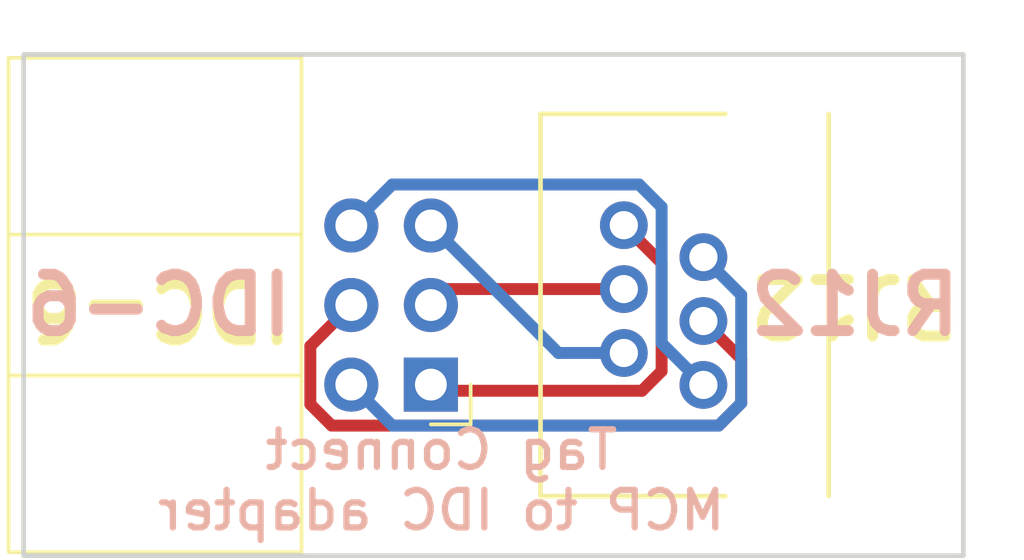
<source format=kicad_pcb>
(kicad_pcb (version 4) (host pcbnew 4.0.7)

  (general
    (links 6)
    (no_connects 0)
    (area -0.075001 -0.075001 30.075001 16.075001)
    (thickness 1.6)
    (drawings 9)
    (tracks 30)
    (zones 0)
    (modules 2)
    (nets 7)
  )

  (page A4)
  (layers
    (0 F.Cu signal)
    (31 B.Cu signal)
    (32 B.Adhes user)
    (33 F.Adhes user)
    (34 B.Paste user)
    (35 F.Paste user)
    (36 B.SilkS user)
    (37 F.SilkS user)
    (38 B.Mask user)
    (39 F.Mask user)
    (40 Dwgs.User user)
    (41 Cmts.User user)
    (42 Eco1.User user)
    (43 Eco2.User user)
    (44 Edge.Cuts user)
    (45 Margin user)
    (46 B.CrtYd user)
    (47 F.CrtYd user)
    (48 B.Fab user)
    (49 F.Fab user)
  )

  (setup
    (last_trace_width 0.381)
    (trace_clearance 0.254)
    (zone_clearance 0.508)
    (zone_45_only no)
    (trace_min 0.2)
    (segment_width 0.2)
    (edge_width 0.15)
    (via_size 0.6)
    (via_drill 0.4)
    (via_min_size 0.4)
    (via_min_drill 0.3)
    (uvia_size 0.3)
    (uvia_drill 0.1)
    (uvias_allowed no)
    (uvia_min_size 0)
    (uvia_min_drill 0)
    (pcb_text_width 0.3)
    (pcb_text_size 1.5 1.5)
    (mod_edge_width 0.15)
    (mod_text_size 1 1)
    (mod_text_width 0.15)
    (pad_size 1.524 1.524)
    (pad_drill 0.762)
    (pad_to_mask_clearance 0.2)
    (aux_axis_origin 0 0)
    (visible_elements FFFFFF7F)
    (pcbplotparams
      (layerselection 0x010f0_80000001)
      (usegerberextensions false)
      (excludeedgelayer true)
      (linewidth 0.100000)
      (plotframeref false)
      (viasonmask false)
      (mode 1)
      (useauxorigin false)
      (hpglpennumber 1)
      (hpglpenspeed 20)
      (hpglpendiameter 15)
      (hpglpenoverlay 2)
      (psnegative false)
      (psa4output false)
      (plotreference true)
      (plotvalue true)
      (plotinvisibletext false)
      (padsonsilk false)
      (subtractmaskfromsilk false)
      (outputformat 1)
      (mirror false)
      (drillshape 0)
      (scaleselection 1)
      (outputdirectory gerber))
  )

  (net 0 "")
  (net 1 /IDC-6)
  (net 2 /IDC-5)
  (net 3 /IDC-4)
  (net 4 /IDC-3)
  (net 5 /IDC-2)
  (net 6 /IDC-1)

  (net_class Default "This is the default net class."
    (clearance 0.254)
    (trace_width 0.381)
    (via_dia 0.6)
    (via_drill 0.4)
    (uvia_dia 0.3)
    (uvia_drill 0.1)
    (add_net /IDC-1)
    (add_net /IDC-2)
    (add_net /IDC-3)
    (add_net /IDC-4)
    (add_net /IDC-5)
    (add_net /IDC-6)
  )

  (module Conn_IDC:IDC-Header_2x03_P2.54mm_Horizontal (layer F.Cu) (tedit 5A4D012D) (tstamp 5A4CFDA6)
    (at 13 10.54 180)
    (descr "Through hole angled IDC box header, 2x03, 2.54mm pitch, double rows")
    (tags "Through hole IDC box header THT 2x03 2.54mm double row")
    (path /5A4CF2E1)
    (fp_text reference CON1 (at 6.105 -6.35 180) (layer F.SilkS) hide
      (effects (font (size 1 1) (thickness 0.15)))
    )
    (fp_text value AVR-ISP-6 (at 6.105 11.43 360) (layer F.Fab)
      (effects (font (size 1 1) (thickness 0.15)))
    )
    (fp_text user %R (at 8.805 2.54 270) (layer F.Fab)
      (effects (font (size 1 1) (thickness 0.15)))
    )
    (fp_line (start -0.32 -0.32) (end -0.32 0.32) (layer F.Fab) (width 0.1))
    (fp_line (start -0.32 0.32) (end 4.38 0.32) (layer F.Fab) (width 0.1))
    (fp_line (start -0.32 2.22) (end -0.32 2.86) (layer F.Fab) (width 0.1))
    (fp_line (start -0.32 2.86) (end 4.38 2.86) (layer F.Fab) (width 0.1))
    (fp_line (start -0.32 4.76) (end -0.32 5.4) (layer F.Fab) (width 0.1))
    (fp_line (start -0.32 5.4) (end 4.38 5.4) (layer F.Fab) (width 0.1))
    (fp_line (start 13.23 10.18) (end 13.23 -5.1) (layer F.Fab) (width 0.1))
    (fp_line (start 4.38 -0.32) (end -0.32 -0.32) (layer F.Fab) (width 0.1))
    (fp_line (start 4.38 -4.1) (end 5.38 -5.1) (layer F.Fab) (width 0.1))
    (fp_line (start 4.38 0.29) (end 13.23 0.29) (layer F.Fab) (width 0.1))
    (fp_line (start 4.38 10.18) (end 13.23 10.18) (layer F.Fab) (width 0.1))
    (fp_line (start 4.38 10.18) (end 4.38 -4.1) (layer F.Fab) (width 0.1))
    (fp_line (start 4.38 2.22) (end -0.32 2.22) (layer F.Fab) (width 0.1))
    (fp_line (start 4.38 4.76) (end -0.32 4.76) (layer F.Fab) (width 0.1))
    (fp_line (start 4.38 4.79) (end 13.23 4.79) (layer F.Fab) (width 0.1))
    (fp_line (start 5.38 -5.1) (end 13.23 -5.1) (layer F.Fab) (width 0.1))
    (fp_line (start -1.27 -1.27) (end -1.27 0) (layer F.SilkS) (width 0.12))
    (fp_line (start 0 -1.27) (end -1.27 -1.27) (layer F.SilkS) (width 0.12))
    (fp_line (start 13.48 -5.35) (end 13.48 10.43) (layer F.SilkS) (width 0.12))
    (fp_line (start 4.13 -5.35) (end 13.48 -5.35) (layer F.SilkS) (width 0.12))
    (fp_line (start 4.13 0.29) (end 13.48 0.29) (layer F.SilkS) (width 0.12))
    (fp_line (start 4.13 10.43) (end 13.48 10.43) (layer F.SilkS) (width 0.12))
    (fp_line (start 4.13 10.43) (end 4.13 -5.35) (layer F.SilkS) (width 0.12))
    (fp_line (start 4.13 4.79) (end 13.48 4.79) (layer F.SilkS) (width 0.12))
    (fp_line (start -1.52 -5.6) (end 13.73 -5.6) (layer F.CrtYd) (width 0.05))
    (fp_line (start -1.52 10.66) (end -1.52 -5.6) (layer F.CrtYd) (width 0.05))
    (fp_line (start 13.73 -5.6) (end 13.73 10.68) (layer F.CrtYd) (width 0.05))
    (fp_line (start 13.73 10.68) (end -1.52 10.68) (layer F.CrtYd) (width 0.05))
    (pad 1 thru_hole rect (at 0 0 180) (size 1.7272 1.7272) (drill 1.016) (layers *.Cu *.Mask)
      (net 1 /IDC-6))
    (pad 2 thru_hole oval (at 2.54 0 180) (size 1.7272 1.7272) (drill 1.016) (layers *.Cu *.Mask)
      (net 2 /IDC-5))
    (pad 3 thru_hole oval (at 0 2.54 180) (size 1.7272 1.7272) (drill 1.016) (layers *.Cu *.Mask)
      (net 3 /IDC-4))
    (pad 4 thru_hole oval (at 2.54 2.54 180) (size 1.7272 1.7272) (drill 1.016) (layers *.Cu *.Mask)
      (net 4 /IDC-3))
    (pad 5 thru_hole oval (at 0 5.08 180) (size 1.7272 1.7272) (drill 1.016) (layers *.Cu *.Mask)
      (net 5 /IDC-2))
    (pad 6 thru_hole oval (at 2.54 5.08 180) (size 1.7272 1.7272) (drill 1.016) (layers *.Cu *.Mask)
      (net 6 /IDC-1))
    (model ${KISYS3DMOD}/Conn_IDC.3dshapes/IDC-Header_2x03_P2.54mm_Horizontal.wrl
      (at (xyz 0 0 0))
      (scale (xyz 1 1 1))
      (rotate (xyz 0 0 0))
    )
  )

  (module rj:RJ12-PulseElectronics_E5566-Q0LK22-L (layer F.Cu) (tedit 5A4D0128) (tstamp 5A4CFD62)
    (at 24 8 90)
    (path /5A4CF4EA)
    (fp_text reference J1 (at 0 -7.2 90) (layer F.SilkS) hide
      (effects (font (size 1 1) (thickness 0.15)))
    )
    (fp_text value RJ12 (at 0 7.1 90) (layer F.Fab)
      (effects (font (size 1 1) (thickness 0.15)))
    )
    (fp_line (start -6.1 1.7) (end 6.1 1.7) (layer F.SilkS) (width 0.15))
    (fp_line (start -6.1 -7.5) (end -6.1 -1.6) (layer F.SilkS) (width 0.15))
    (fp_line (start 6.1 -1.6) (end 6.1 -7.5) (layer F.SilkS) (width 0.15))
    (fp_line (start 6.1 -7.5) (end -6.1 -7.5) (layer F.SilkS) (width 0.15))
    (fp_line (start 6.1 6) (end 6.1 -7.5) (layer F.Fab) (width 0.15))
    (fp_line (start -6.1 -7.5) (end 6.1 -7.5) (layer F.Fab) (width 0.15))
    (fp_line (start -6.1 -7.5) (end -6.1 0) (layer F.Fab) (width 0.15))
    (fp_line (start -6.1 6) (end 6.1 6) (layer F.Fab) (width 0.15))
    (fp_line (start -6.1 0) (end -6.1 6) (layer F.Fab) (width 0.15))
    (pad "" np_thru_hole circle (at 6 0 90) (size 2.4 2.4) (drill 2.4) (layers *.Cu *.Mask))
    (pad 5 thru_hole circle (at -1.53 -4.84 90) (size 1.524 1.524) (drill 0.9) (layers *.Cu *.Mask)
      (net 5 /IDC-2))
    (pad "" np_thru_hole circle (at -6 0 90) (size 2.4 2.4) (drill 2.4) (layers *.Cu *.Mask))
    (pad 3 thru_hole circle (at 0.51 -4.84 90) (size 1.524 1.524) (drill 0.9) (layers *.Cu *.Mask)
      (net 3 /IDC-4))
    (pad 1 thru_hole circle (at 2.55 -4.84 90) (size 1.524 1.524) (drill 0.9) (layers *.Cu *.Mask)
      (net 1 /IDC-6))
    (pad 6 thru_hole circle (at -2.55 -2.3 90) (size 1.524 1.524) (drill 0.9) (layers *.Cu *.Mask)
      (net 6 /IDC-1))
    (pad 4 thru_hole circle (at -0.51 -2.3 90) (size 1.524 1.524) (drill 0.9) (layers *.Cu *.Mask)
      (net 4 /IDC-3))
    (pad 2 thru_hole circle (at 1.53 -2.3 90) (size 1.524 1.524) (drill 0.9) (layers *.Cu *.Mask)
      (net 2 /IDC-5))
  )

  (gr_text RJ12 (at 26.543 8.001) (layer B.SilkS) (tstamp 5A4D05DD)
    (effects (font (size 1.8 1.8) (thickness 0.35)) (justify mirror))
  )
  (gr_text IDC-6 (at 4.318 8.128 180) (layer F.SilkS) (tstamp 5A4D05CA)
    (effects (font (size 1.8 1.8) (thickness 0.35)))
  )
  (gr_text IDC-6 (at 4.318 8.001) (layer B.SilkS) (tstamp 5A4D05B7)
    (effects (font (size 1.8 1.8) (thickness 0.35)) (justify mirror))
  )
  (gr_text RJ12 (at 26.543 8.001 180) (layer F.SilkS)
    (effects (font (size 1.8 1.8) (thickness 0.35)))
  )
  (gr_text "Tag Connect\nMCP to IDC adapter" (at 13.335 13.589) (layer B.SilkS)
    (effects (font (size 1.2 1.2) (thickness 0.2)) (justify mirror))
  )
  (gr_line (start 0 0) (end 30 0) (layer Edge.Cuts) (width 0.15))
  (gr_line (start 30 16) (end 30 0) (layer Edge.Cuts) (width 0.15))
  (gr_line (start 0 16) (end 30 16) (layer Edge.Cuts) (width 0.15))
  (gr_line (start 0 0) (end 0 16) (layer Edge.Cuts) (width 0.15))

  (segment (start 19.16 5.45) (end 20.366501 6.656501) (width 0.381) (layer F.Cu) (net 1))
  (segment (start 20.366501 6.656501) (end 20.366501 10.109121) (width 0.381) (layer F.Cu) (net 1))
  (segment (start 20.366501 10.109121) (end 19.739121 10.736501) (width 0.381) (layer F.Cu) (net 1))
  (segment (start 19.739121 10.736501) (end 13.276501 10.736501) (width 0.381) (layer F.Cu) (net 1))
  (segment (start 13.276501 10.736501) (end 13.08 10.54) (width 0.381) (layer F.Cu) (net 1))
  (segment (start 13.08 10.54) (end 13 10.54) (width 0.381) (layer F.Cu) (net 1))
  (segment (start 21.7 6.47) (end 22.906501 7.676501) (width 0.381) (layer B.Cu) (net 2))
  (segment (start 22.906501 7.676501) (end 22.906501 11.129121) (width 0.381) (layer B.Cu) (net 2))
  (segment (start 11.768101 11.848101) (end 11.323599 11.403599) (width 0.381) (layer B.Cu) (net 2))
  (segment (start 22.906501 11.129121) (end 22.187521 11.848101) (width 0.381) (layer B.Cu) (net 2))
  (segment (start 22.187521 11.848101) (end 11.768101 11.848101) (width 0.381) (layer B.Cu) (net 2))
  (segment (start 11.323599 11.403599) (end 10.46 10.54) (width 0.381) (layer B.Cu) (net 2))
  (segment (start 19.16 7.49) (end 13.51 7.49) (width 0.381) (layer F.Cu) (net 3))
  (segment (start 13.51 7.49) (end 13 8) (width 0.381) (layer F.Cu) (net 3))
  (segment (start 21.7 8.51) (end 22.906501 9.716501) (width 0.381) (layer F.Cu) (net 4))
  (segment (start 22.906501 9.716501) (end 22.906501 11.129121) (width 0.381) (layer F.Cu) (net 4))
  (segment (start 22.906501 11.129121) (end 22.187521 11.848101) (width 0.381) (layer F.Cu) (net 4))
  (segment (start 22.187521 11.848101) (end 9.832111 11.848101) (width 0.381) (layer F.Cu) (net 4))
  (segment (start 9.832111 11.848101) (end 9.151899 11.167889) (width 0.381) (layer F.Cu) (net 4))
  (segment (start 9.151899 11.167889) (end 9.151899 9.308101) (width 0.381) (layer F.Cu) (net 4))
  (segment (start 9.151899 9.308101) (end 9.596401 8.863599) (width 0.381) (layer F.Cu) (net 4))
  (segment (start 9.596401 8.863599) (end 10.46 8) (width 0.381) (layer F.Cu) (net 4))
  (segment (start 19.16 9.53) (end 17.07 9.53) (width 0.381) (layer B.Cu) (net 5))
  (segment (start 17.07 9.53) (end 13 5.46) (width 0.381) (layer B.Cu) (net 5))
  (segment (start 21.7 10.55) (end 20.366501 9.216501) (width 0.381) (layer B.Cu) (net 6))
  (segment (start 20.366501 9.216501) (end 20.366501 4.870879) (width 0.381) (layer B.Cu) (net 6))
  (segment (start 11.768101 4.151899) (end 11.323599 4.596401) (width 0.381) (layer B.Cu) (net 6))
  (segment (start 20.366501 4.870879) (end 19.647521 4.151899) (width 0.381) (layer B.Cu) (net 6))
  (segment (start 19.647521 4.151899) (end 11.768101 4.151899) (width 0.381) (layer B.Cu) (net 6))
  (segment (start 11.323599 4.596401) (end 10.46 5.46) (width 0.381) (layer B.Cu) (net 6))

)

</source>
